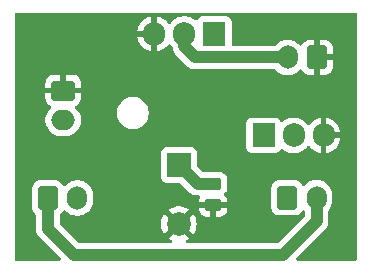
<source format=gbr>
%TF.GenerationSoftware,KiCad,Pcbnew,8.0.6-8.0.6-0~ubuntu24.04.1*%
%TF.CreationDate,2024-10-25T12:09:51+03:00*%
%TF.ProjectId,pss_v2_fan_block,7073735f-7632-45f6-9661-6e5f626c6f63,rev?*%
%TF.SameCoordinates,Original*%
%TF.FileFunction,Copper,L2,Bot*%
%TF.FilePolarity,Positive*%
%FSLAX46Y46*%
G04 Gerber Fmt 4.6, Leading zero omitted, Abs format (unit mm)*
G04 Created by KiCad (PCBNEW 8.0.6-8.0.6-0~ubuntu24.04.1) date 2024-10-25 12:09:51*
%MOMM*%
%LPD*%
G01*
G04 APERTURE LIST*
G04 Aperture macros list*
%AMRoundRect*
0 Rectangle with rounded corners*
0 $1 Rounding radius*
0 $2 $3 $4 $5 $6 $7 $8 $9 X,Y pos of 4 corners*
0 Add a 4 corners polygon primitive as box body*
4,1,4,$2,$3,$4,$5,$6,$7,$8,$9,$2,$3,0*
0 Add four circle primitives for the rounded corners*
1,1,$1+$1,$2,$3*
1,1,$1+$1,$4,$5*
1,1,$1+$1,$6,$7*
1,1,$1+$1,$8,$9*
0 Add four rect primitives between the rounded corners*
20,1,$1+$1,$2,$3,$4,$5,0*
20,1,$1+$1,$4,$5,$6,$7,0*
20,1,$1+$1,$6,$7,$8,$9,0*
20,1,$1+$1,$8,$9,$2,$3,0*%
G04 Aperture macros list end*
%TA.AperFunction,ComponentPad*%
%ADD10RoundRect,0.250000X0.600000X0.750000X-0.600000X0.750000X-0.600000X-0.750000X0.600000X-0.750000X0*%
%TD*%
%TA.AperFunction,ComponentPad*%
%ADD11O,1.700000X2.000000*%
%TD*%
%TA.AperFunction,ComponentPad*%
%ADD12RoundRect,0.250000X-0.600000X-0.750000X0.600000X-0.750000X0.600000X0.750000X-0.600000X0.750000X0*%
%TD*%
%TA.AperFunction,SMDPad,CuDef*%
%ADD13RoundRect,0.250000X0.450000X-0.262500X0.450000X0.262500X-0.450000X0.262500X-0.450000X-0.262500X0*%
%TD*%
%TA.AperFunction,ComponentPad*%
%ADD14R,1.905000X2.000000*%
%TD*%
%TA.AperFunction,ComponentPad*%
%ADD15O,1.905000X2.000000*%
%TD*%
%TA.AperFunction,ComponentPad*%
%ADD16RoundRect,0.250000X-0.750000X0.600000X-0.750000X-0.600000X0.750000X-0.600000X0.750000X0.600000X0*%
%TD*%
%TA.AperFunction,ComponentPad*%
%ADD17O,2.000000X1.700000*%
%TD*%
%TA.AperFunction,ComponentPad*%
%ADD18R,2.000000X2.000000*%
%TD*%
%TA.AperFunction,ComponentPad*%
%ADD19C,2.000000*%
%TD*%
%TA.AperFunction,Conductor*%
%ADD20C,1.000000*%
%TD*%
G04 APERTURE END LIST*
D10*
%TO.P,SW2,1,1*%
%TO.N,GND*%
X85100000Y-76300000D03*
D11*
%TO.P,SW2,2,2*%
%TO.N,Net-(Q1-D)*%
X82600000Y-76300000D03*
%TD*%
D12*
%TO.P,SW1,1,1*%
%TO.N,VCC*%
X62300000Y-88200000D03*
D11*
%TO.P,SW1,2,2*%
%TO.N,Net-(Q2-G)*%
X64800000Y-88200000D03*
%TD*%
D13*
%TO.P,R2,1*%
%TO.N,GND*%
X76300000Y-88812500D03*
%TO.P,R2,2*%
%TO.N,Net-(Q2-G)*%
X76300000Y-86987500D03*
%TD*%
D14*
%TO.P,Q2,1,G*%
%TO.N,Net-(Q2-G)*%
X80560000Y-82900000D03*
D15*
%TO.P,Q2,2,D*%
%TO.N,Net-(J2-Pin_1)*%
X83100000Y-82900000D03*
%TO.P,Q2,3,S*%
%TO.N,GND*%
X85640000Y-82900000D03*
%TD*%
D14*
%TO.P,Q1,1,G*%
%TO.N,Net-(J2-Pin_1)*%
X76400000Y-74300000D03*
D15*
%TO.P,Q1,2,D*%
%TO.N,Net-(Q1-D)*%
X73860000Y-74300000D03*
%TO.P,Q1,3,S*%
%TO.N,GND*%
X71320000Y-74300000D03*
%TD*%
D12*
%TO.P,J2,1,Pin_1*%
%TO.N,Net-(J2-Pin_1)*%
X82550000Y-88175000D03*
D11*
%TO.P,J2,2,Pin_2*%
%TO.N,VCC*%
X85050000Y-88175000D03*
%TD*%
D16*
%TO.P,J1,1,Pin_1*%
%TO.N,GND*%
X63600000Y-79100000D03*
D17*
%TO.P,J1,2,Pin_2*%
%TO.N,VCC*%
X63600000Y-81600000D03*
%TD*%
D18*
%TO.P,C1,1*%
%TO.N,Net-(Q2-G)*%
X73400000Y-85400000D03*
D19*
%TO.P,C1,2*%
%TO.N,GND*%
X73400000Y-90400000D03*
%TD*%
D20*
%TO.N,Net-(Q2-G)*%
X76300000Y-86987500D02*
X74987500Y-86987500D01*
X74987500Y-86987500D02*
X73400000Y-85400000D01*
%TO.N,VCC*%
X62300000Y-88200000D02*
X62300000Y-90800000D01*
X62300000Y-90800000D02*
X64500000Y-93000000D01*
X64500000Y-93000000D02*
X82225000Y-93000000D01*
X85050000Y-90175000D02*
X85050000Y-88175000D01*
X82225000Y-93000000D02*
X85050000Y-90175000D01*
%TO.N,Net-(Q1-D)*%
X82600000Y-76300000D02*
X74800000Y-76300000D01*
X74800000Y-76300000D02*
X73860000Y-75360000D01*
X73860000Y-75360000D02*
X73860000Y-74300000D01*
%TD*%
%TA.AperFunction,Conductor*%
%TO.N,GND*%
G36*
X88442539Y-72520185D02*
G01*
X88488294Y-72572989D01*
X88499500Y-72624500D01*
X88499500Y-93375500D01*
X88479815Y-93442539D01*
X88427011Y-93488294D01*
X88375500Y-93499500D01*
X83439782Y-93499500D01*
X83372743Y-93479815D01*
X83326988Y-93427011D01*
X83317044Y-93357853D01*
X83346069Y-93294297D01*
X83352101Y-93287819D01*
X85827136Y-90812785D01*
X85827136Y-90812784D01*
X85827139Y-90812782D01*
X85866714Y-90753553D01*
X85936631Y-90648916D01*
X85936636Y-90648906D01*
X86012049Y-90466839D01*
X86012051Y-90466835D01*
X86028214Y-90385580D01*
X86050500Y-90273543D01*
X86050500Y-89285199D01*
X86070185Y-89218160D01*
X86079471Y-89205664D01*
X86205048Y-89032820D01*
X86205047Y-89032820D01*
X86205051Y-89032816D01*
X86301557Y-88843412D01*
X86367246Y-88641243D01*
X86400500Y-88431287D01*
X86400500Y-87918713D01*
X86367246Y-87708757D01*
X86301557Y-87506588D01*
X86205051Y-87317184D01*
X86205049Y-87317181D01*
X86205048Y-87317179D01*
X86080109Y-87145213D01*
X85929786Y-86994890D01*
X85757820Y-86869951D01*
X85568414Y-86773444D01*
X85568413Y-86773443D01*
X85568412Y-86773443D01*
X85366243Y-86707754D01*
X85366241Y-86707753D01*
X85366240Y-86707753D01*
X85204957Y-86682208D01*
X85156287Y-86674500D01*
X84943713Y-86674500D01*
X84895042Y-86682208D01*
X84733760Y-86707753D01*
X84531585Y-86773444D01*
X84342179Y-86869951D01*
X84170215Y-86994889D01*
X84031398Y-87133706D01*
X83970075Y-87167190D01*
X83900383Y-87162206D01*
X83844450Y-87120334D01*
X83838178Y-87111120D01*
X83742712Y-86956344D01*
X83618657Y-86832289D01*
X83618656Y-86832288D01*
X83469334Y-86740186D01*
X83302797Y-86685001D01*
X83302795Y-86685000D01*
X83200010Y-86674500D01*
X81899998Y-86674500D01*
X81899981Y-86674501D01*
X81797203Y-86685000D01*
X81797200Y-86685001D01*
X81630668Y-86740185D01*
X81630663Y-86740187D01*
X81481342Y-86832289D01*
X81357289Y-86956342D01*
X81265187Y-87105663D01*
X81265185Y-87105668D01*
X81252083Y-87145208D01*
X81210001Y-87272203D01*
X81210001Y-87272204D01*
X81210000Y-87272204D01*
X81199500Y-87374983D01*
X81199500Y-88975001D01*
X81199501Y-88975018D01*
X81210000Y-89077796D01*
X81210001Y-89077799D01*
X81265185Y-89244331D01*
X81265187Y-89244336D01*
X81280604Y-89269331D01*
X81357288Y-89393656D01*
X81481344Y-89517712D01*
X81630666Y-89609814D01*
X81797203Y-89664999D01*
X81899991Y-89675500D01*
X83200008Y-89675499D01*
X83302797Y-89664999D01*
X83469334Y-89609814D01*
X83618656Y-89517712D01*
X83742712Y-89393656D01*
X83819961Y-89268413D01*
X83871909Y-89221689D01*
X83940871Y-89210466D01*
X84004953Y-89238309D01*
X84043810Y-89296378D01*
X84049500Y-89333510D01*
X84049500Y-89709217D01*
X84029815Y-89776256D01*
X84013181Y-89796898D01*
X81846899Y-91963181D01*
X81785576Y-91996666D01*
X81759218Y-91999500D01*
X74085657Y-91999500D01*
X74018618Y-91979815D01*
X73972863Y-91927011D01*
X73962919Y-91857853D01*
X73991944Y-91794297D01*
X74026640Y-91766445D01*
X74223228Y-91660057D01*
X74223231Y-91660055D01*
X74270056Y-91623609D01*
X73529409Y-90882962D01*
X73592993Y-90865925D01*
X73707007Y-90800099D01*
X73800099Y-90707007D01*
X73865925Y-90592993D01*
X73882962Y-90529409D01*
X74623434Y-91269882D01*
X74723731Y-91116369D01*
X74823587Y-90888717D01*
X74884612Y-90647738D01*
X74884614Y-90647729D01*
X74905141Y-90400005D01*
X74905141Y-90399994D01*
X74884614Y-90152270D01*
X74884612Y-90152261D01*
X74823587Y-89911282D01*
X74723731Y-89683630D01*
X74623434Y-89530116D01*
X73882962Y-90270589D01*
X73865925Y-90207007D01*
X73800099Y-90092993D01*
X73707007Y-89999901D01*
X73592993Y-89934075D01*
X73529410Y-89917037D01*
X74270057Y-89176390D01*
X74270056Y-89176389D01*
X74223229Y-89139943D01*
X74195591Y-89124986D01*
X75100001Y-89124986D01*
X75110494Y-89227697D01*
X75165641Y-89394119D01*
X75165643Y-89394124D01*
X75257684Y-89543345D01*
X75381654Y-89667315D01*
X75530875Y-89759356D01*
X75530880Y-89759358D01*
X75697302Y-89814505D01*
X75697309Y-89814506D01*
X75800019Y-89824999D01*
X76049999Y-89824999D01*
X76550000Y-89824999D01*
X76799972Y-89824999D01*
X76799986Y-89824998D01*
X76902697Y-89814505D01*
X77069119Y-89759358D01*
X77069124Y-89759356D01*
X77218345Y-89667315D01*
X77342315Y-89543345D01*
X77434356Y-89394124D01*
X77434358Y-89394119D01*
X77489505Y-89227697D01*
X77489506Y-89227690D01*
X77499999Y-89124986D01*
X77500000Y-89124973D01*
X77500000Y-89062500D01*
X76550000Y-89062500D01*
X76550000Y-89824999D01*
X76049999Y-89824999D01*
X76050000Y-89824998D01*
X76050000Y-89062500D01*
X75100001Y-89062500D01*
X75100001Y-89124986D01*
X74195591Y-89124986D01*
X74004614Y-89021635D01*
X74004603Y-89021630D01*
X73769493Y-88940916D01*
X73524293Y-88900000D01*
X73275707Y-88900000D01*
X73030506Y-88940916D01*
X72795396Y-89021630D01*
X72795390Y-89021632D01*
X72576761Y-89139949D01*
X72529942Y-89176388D01*
X72529942Y-89176390D01*
X73270590Y-89917037D01*
X73207007Y-89934075D01*
X73092993Y-89999901D01*
X72999901Y-90092993D01*
X72934075Y-90207007D01*
X72917037Y-90270589D01*
X72176564Y-89530116D01*
X72076267Y-89683632D01*
X71976412Y-89911282D01*
X71915387Y-90152261D01*
X71915385Y-90152270D01*
X71894859Y-90399994D01*
X71894859Y-90400005D01*
X71915385Y-90647729D01*
X71915387Y-90647738D01*
X71976412Y-90888717D01*
X72076266Y-91116364D01*
X72176564Y-91269882D01*
X72917037Y-90529409D01*
X72934075Y-90592993D01*
X72999901Y-90707007D01*
X73092993Y-90800099D01*
X73207007Y-90865925D01*
X73270590Y-90882962D01*
X72529942Y-91623609D01*
X72576768Y-91660055D01*
X72576770Y-91660056D01*
X72773360Y-91766445D01*
X72822951Y-91815664D01*
X72838059Y-91883881D01*
X72813889Y-91949437D01*
X72758113Y-91991518D01*
X72714343Y-91999500D01*
X64965782Y-91999500D01*
X64898743Y-91979815D01*
X64878101Y-91963181D01*
X63336819Y-90421899D01*
X63303334Y-90360576D01*
X63300500Y-90334218D01*
X63300500Y-89653957D01*
X63320185Y-89586918D01*
X63359407Y-89548416D01*
X63368656Y-89542712D01*
X63492712Y-89418656D01*
X63584814Y-89269334D01*
X63584814Y-89269331D01*
X63588178Y-89263879D01*
X63640126Y-89217154D01*
X63709088Y-89205931D01*
X63773170Y-89233774D01*
X63781398Y-89241294D01*
X63920213Y-89380109D01*
X64092179Y-89505048D01*
X64092181Y-89505049D01*
X64092184Y-89505051D01*
X64281588Y-89601557D01*
X64483757Y-89667246D01*
X64693713Y-89700500D01*
X64693714Y-89700500D01*
X64906286Y-89700500D01*
X64906287Y-89700500D01*
X65116243Y-89667246D01*
X65318412Y-89601557D01*
X65507816Y-89505051D01*
X65529789Y-89489086D01*
X65679786Y-89380109D01*
X65679788Y-89380106D01*
X65679792Y-89380104D01*
X65830104Y-89229792D01*
X65830106Y-89229788D01*
X65830109Y-89229786D01*
X65955048Y-89057820D01*
X65955047Y-89057820D01*
X65955051Y-89057816D01*
X66051557Y-88868412D01*
X66117246Y-88666243D01*
X66150500Y-88456287D01*
X66150500Y-87943713D01*
X66117246Y-87733757D01*
X66051557Y-87531588D01*
X65955051Y-87342184D01*
X65955049Y-87342181D01*
X65955048Y-87342179D01*
X65830109Y-87170213D01*
X65679786Y-87019890D01*
X65507820Y-86894951D01*
X65318414Y-86798444D01*
X65318413Y-86798443D01*
X65318412Y-86798443D01*
X65116243Y-86732754D01*
X65116241Y-86732753D01*
X65116240Y-86732753D01*
X64954957Y-86707208D01*
X64906287Y-86699500D01*
X64693713Y-86699500D01*
X64645042Y-86707208D01*
X64483760Y-86732753D01*
X64281585Y-86798444D01*
X64092179Y-86894951D01*
X63920215Y-87019889D01*
X63781398Y-87158706D01*
X63720075Y-87192190D01*
X63650383Y-87187206D01*
X63594450Y-87145334D01*
X63588178Y-87136120D01*
X63492712Y-86981344D01*
X63368657Y-86857289D01*
X63368656Y-86857288D01*
X63273253Y-86798443D01*
X63219336Y-86765187D01*
X63219331Y-86765185D01*
X63196272Y-86757544D01*
X63052797Y-86710001D01*
X63052795Y-86710000D01*
X62950010Y-86699500D01*
X61649998Y-86699500D01*
X61649981Y-86699501D01*
X61547203Y-86710000D01*
X61547200Y-86710001D01*
X61380668Y-86765185D01*
X61380663Y-86765187D01*
X61231342Y-86857289D01*
X61107289Y-86981342D01*
X61015187Y-87130663D01*
X61015185Y-87130668D01*
X61003083Y-87167190D01*
X60960001Y-87297203D01*
X60960001Y-87297204D01*
X60960000Y-87297204D01*
X60949500Y-87399983D01*
X60949500Y-89000001D01*
X60949501Y-89000018D01*
X60960000Y-89102796D01*
X60960001Y-89102799D01*
X61015185Y-89269331D01*
X61015187Y-89269336D01*
X61031867Y-89296378D01*
X61107288Y-89418656D01*
X61231344Y-89542712D01*
X61240591Y-89548416D01*
X61287318Y-89600360D01*
X61299500Y-89653957D01*
X61299500Y-90898541D01*
X61299500Y-90898543D01*
X61299499Y-90898543D01*
X61337947Y-91091829D01*
X61337950Y-91091839D01*
X61413364Y-91273907D01*
X61413371Y-91273920D01*
X61522860Y-91437781D01*
X61522863Y-91437785D01*
X61666537Y-91581459D01*
X61666559Y-91581479D01*
X63372899Y-93287819D01*
X63406384Y-93349142D01*
X63401400Y-93418834D01*
X63359528Y-93474767D01*
X63294064Y-93499184D01*
X63285218Y-93499500D01*
X59624500Y-93499500D01*
X59557461Y-93479815D01*
X59511706Y-93427011D01*
X59500500Y-93375500D01*
X59500500Y-84352135D01*
X71899500Y-84352135D01*
X71899500Y-86447870D01*
X71899501Y-86447876D01*
X71905908Y-86507483D01*
X71956202Y-86642328D01*
X71956206Y-86642335D01*
X72042452Y-86757544D01*
X72042455Y-86757547D01*
X72157664Y-86843793D01*
X72157671Y-86843797D01*
X72292517Y-86894091D01*
X72292516Y-86894091D01*
X72299444Y-86894835D01*
X72352127Y-86900500D01*
X73434217Y-86900499D01*
X73501256Y-86920184D01*
X73521898Y-86936818D01*
X74207235Y-87622155D01*
X74207264Y-87622186D01*
X74349717Y-87764639D01*
X74513580Y-87874128D01*
X74513586Y-87874132D01*
X74595750Y-87908165D01*
X74695664Y-87949551D01*
X74792312Y-87968775D01*
X74840635Y-87978387D01*
X74888958Y-87988000D01*
X74888959Y-87988000D01*
X74888960Y-87988000D01*
X75086040Y-87988000D01*
X75093276Y-87988000D01*
X75160315Y-88007685D01*
X75206070Y-88060489D01*
X75216014Y-88129647D01*
X75198815Y-88177097D01*
X75165643Y-88230875D01*
X75165641Y-88230880D01*
X75110494Y-88397302D01*
X75110493Y-88397309D01*
X75100000Y-88500013D01*
X75100000Y-88562500D01*
X77499999Y-88562500D01*
X77499999Y-88500028D01*
X77499998Y-88500013D01*
X77489505Y-88397302D01*
X77434358Y-88230880D01*
X77434356Y-88230875D01*
X77342315Y-88081654D01*
X77248695Y-87988034D01*
X77215210Y-87926711D01*
X77220194Y-87857019D01*
X77248691Y-87812676D01*
X77342712Y-87718656D01*
X77434814Y-87569334D01*
X77489999Y-87402797D01*
X77500500Y-87300009D01*
X77500499Y-86674992D01*
X77489999Y-86572203D01*
X77434814Y-86405666D01*
X77342712Y-86256344D01*
X77218656Y-86132288D01*
X77069334Y-86040186D01*
X76902797Y-85985001D01*
X76902795Y-85985000D01*
X76800010Y-85974500D01*
X75799998Y-85974500D01*
X75799980Y-85974501D01*
X75690468Y-85985689D01*
X75690432Y-85985339D01*
X75674742Y-85987000D01*
X75453282Y-85987000D01*
X75386243Y-85967315D01*
X75365601Y-85950681D01*
X74936818Y-85521898D01*
X74903333Y-85460575D01*
X74900499Y-85434217D01*
X74900499Y-84352129D01*
X74900498Y-84352123D01*
X74900497Y-84352116D01*
X74894256Y-84294048D01*
X74894091Y-84292516D01*
X74843797Y-84157671D01*
X74843793Y-84157664D01*
X74757547Y-84042455D01*
X74757544Y-84042452D01*
X74642335Y-83956206D01*
X74642328Y-83956202D01*
X74507482Y-83905908D01*
X74507483Y-83905908D01*
X74447883Y-83899501D01*
X74447881Y-83899500D01*
X74447873Y-83899500D01*
X74447864Y-83899500D01*
X72352129Y-83899500D01*
X72352123Y-83899501D01*
X72292516Y-83905908D01*
X72157671Y-83956202D01*
X72157664Y-83956206D01*
X72042455Y-84042452D01*
X72042452Y-84042455D01*
X71956206Y-84157664D01*
X71956202Y-84157671D01*
X71905908Y-84292517D01*
X71899501Y-84352116D01*
X71899501Y-84352123D01*
X71899500Y-84352135D01*
X59500500Y-84352135D01*
X59500500Y-81493713D01*
X62099500Y-81493713D01*
X62099500Y-81706286D01*
X62131120Y-81905931D01*
X62132754Y-81916243D01*
X62172805Y-82039508D01*
X62198444Y-82118414D01*
X62294951Y-82307820D01*
X62419890Y-82479786D01*
X62570213Y-82630109D01*
X62742179Y-82755048D01*
X62742181Y-82755049D01*
X62742184Y-82755051D01*
X62931588Y-82851557D01*
X63133757Y-82917246D01*
X63343713Y-82950500D01*
X63343714Y-82950500D01*
X63856286Y-82950500D01*
X63856287Y-82950500D01*
X64066243Y-82917246D01*
X64268412Y-82851557D01*
X64457816Y-82755051D01*
X64481084Y-82738146D01*
X64629786Y-82630109D01*
X64629788Y-82630106D01*
X64629792Y-82630104D01*
X64780104Y-82479792D01*
X64780106Y-82479788D01*
X64780109Y-82479786D01*
X64905048Y-82307820D01*
X64905047Y-82307820D01*
X64905051Y-82307816D01*
X65001557Y-82118412D01*
X65067246Y-81916243D01*
X65100500Y-81706287D01*
X65100500Y-81493713D01*
X65067246Y-81283757D01*
X65001557Y-81081588D01*
X64905830Y-80893713D01*
X68149500Y-80893713D01*
X68149500Y-81106286D01*
X68177608Y-81283757D01*
X68182754Y-81316243D01*
X68244394Y-81505952D01*
X68248444Y-81518414D01*
X68344951Y-81707820D01*
X68469890Y-81879786D01*
X68620213Y-82030109D01*
X68792179Y-82155048D01*
X68792181Y-82155049D01*
X68792184Y-82155051D01*
X68981588Y-82251557D01*
X69183757Y-82317246D01*
X69393713Y-82350500D01*
X69393714Y-82350500D01*
X69606286Y-82350500D01*
X69606287Y-82350500D01*
X69816243Y-82317246D01*
X70018412Y-82251557D01*
X70207816Y-82155051D01*
X70258246Y-82118412D01*
X70379786Y-82030109D01*
X70379788Y-82030106D01*
X70379792Y-82030104D01*
X70530104Y-81879792D01*
X70530106Y-81879788D01*
X70530109Y-81879786D01*
X70550198Y-81852135D01*
X79107000Y-81852135D01*
X79107000Y-83947870D01*
X79107001Y-83947876D01*
X79113408Y-84007483D01*
X79163702Y-84142328D01*
X79163706Y-84142335D01*
X79249952Y-84257544D01*
X79249955Y-84257547D01*
X79365164Y-84343793D01*
X79365171Y-84343797D01*
X79500017Y-84394091D01*
X79500016Y-84394091D01*
X79506944Y-84394835D01*
X79559627Y-84400500D01*
X81560372Y-84400499D01*
X81619983Y-84394091D01*
X81754831Y-84343796D01*
X81870046Y-84257546D01*
X81956296Y-84142331D01*
X81966690Y-84114460D01*
X82008560Y-84058527D01*
X82074023Y-84034108D01*
X82142297Y-84048958D01*
X82155746Y-84057465D01*
X82338462Y-84190217D01*
X82470599Y-84257544D01*
X82542244Y-84294049D01*
X82759751Y-84364721D01*
X82759752Y-84364721D01*
X82759755Y-84364722D01*
X82985646Y-84400500D01*
X82985647Y-84400500D01*
X83214353Y-84400500D01*
X83214354Y-84400500D01*
X83440245Y-84364722D01*
X83440248Y-84364721D01*
X83440249Y-84364721D01*
X83657755Y-84294049D01*
X83657755Y-84294048D01*
X83657758Y-84294048D01*
X83861538Y-84190217D01*
X84046566Y-84055786D01*
X84208286Y-83894066D01*
X84269992Y-83809134D01*
X84325319Y-83766470D01*
X84394932Y-83760491D01*
X84456727Y-83793096D01*
X84470626Y-83809135D01*
X84532097Y-83893741D01*
X84532097Y-83893742D01*
X84693757Y-84055402D01*
X84878723Y-84189788D01*
X85082429Y-84293582D01*
X85299871Y-84364234D01*
X85390000Y-84378509D01*
X85390000Y-83390747D01*
X85427708Y-83412518D01*
X85567591Y-83450000D01*
X85712409Y-83450000D01*
X85852292Y-83412518D01*
X85890000Y-83390747D01*
X85890000Y-84378508D01*
X85980128Y-84364234D01*
X86197570Y-84293582D01*
X86401276Y-84189788D01*
X86586242Y-84055402D01*
X86747902Y-83893742D01*
X86882288Y-83708776D01*
X86986082Y-83505070D01*
X87056734Y-83287628D01*
X87078532Y-83150000D01*
X86130748Y-83150000D01*
X86152518Y-83112292D01*
X86190000Y-82972409D01*
X86190000Y-82827591D01*
X86152518Y-82687708D01*
X86130748Y-82650000D01*
X87078532Y-82650000D01*
X87056734Y-82512371D01*
X86986082Y-82294929D01*
X86882288Y-82091223D01*
X86747902Y-81906257D01*
X86586242Y-81744597D01*
X86401276Y-81610211D01*
X86197568Y-81506417D01*
X85980124Y-81435765D01*
X85890000Y-81421490D01*
X85890000Y-82409252D01*
X85852292Y-82387482D01*
X85712409Y-82350000D01*
X85567591Y-82350000D01*
X85427708Y-82387482D01*
X85390000Y-82409252D01*
X85390000Y-81421490D01*
X85389999Y-81421490D01*
X85299875Y-81435765D01*
X85082431Y-81506417D01*
X84878723Y-81610211D01*
X84693757Y-81744597D01*
X84532097Y-81906257D01*
X84470627Y-81990864D01*
X84415297Y-82033529D01*
X84345684Y-82039508D01*
X84283889Y-82006902D01*
X84269991Y-81990864D01*
X84208286Y-81905934D01*
X84046566Y-81744214D01*
X83861538Y-81609783D01*
X83657755Y-81505950D01*
X83440248Y-81435278D01*
X83254812Y-81405908D01*
X83214354Y-81399500D01*
X82985646Y-81399500D01*
X82945188Y-81405908D01*
X82759753Y-81435278D01*
X82759750Y-81435278D01*
X82542244Y-81505950D01*
X82338461Y-81609783D01*
X82155759Y-81742525D01*
X82089952Y-81766005D01*
X82021898Y-81750180D01*
X81973203Y-81700074D01*
X81966690Y-81685538D01*
X81956296Y-81657669D01*
X81956293Y-81657664D01*
X81870047Y-81542455D01*
X81870044Y-81542452D01*
X81754835Y-81456206D01*
X81754828Y-81456202D01*
X81619982Y-81405908D01*
X81619983Y-81405908D01*
X81560383Y-81399501D01*
X81560381Y-81399500D01*
X81560373Y-81399500D01*
X81560364Y-81399500D01*
X79559629Y-81399500D01*
X79559623Y-81399501D01*
X79500016Y-81405908D01*
X79365171Y-81456202D01*
X79365164Y-81456206D01*
X79249955Y-81542452D01*
X79249952Y-81542455D01*
X79163706Y-81657664D01*
X79163702Y-81657671D01*
X79113408Y-81792517D01*
X79107001Y-81852116D01*
X79107000Y-81852135D01*
X70550198Y-81852135D01*
X70655048Y-81707820D01*
X70655047Y-81707820D01*
X70655051Y-81707816D01*
X70751557Y-81518412D01*
X70817246Y-81316243D01*
X70850500Y-81106287D01*
X70850500Y-80893713D01*
X70817246Y-80683757D01*
X70751557Y-80481588D01*
X70655051Y-80292184D01*
X70655049Y-80292181D01*
X70655048Y-80292179D01*
X70530109Y-80120213D01*
X70379786Y-79969890D01*
X70207820Y-79844951D01*
X70018414Y-79748444D01*
X70018413Y-79748443D01*
X70018412Y-79748443D01*
X69816243Y-79682754D01*
X69816241Y-79682753D01*
X69816240Y-79682753D01*
X69654957Y-79657208D01*
X69606287Y-79649500D01*
X69393713Y-79649500D01*
X69345042Y-79657208D01*
X69183760Y-79682753D01*
X68981585Y-79748444D01*
X68792179Y-79844951D01*
X68620213Y-79969890D01*
X68469890Y-80120213D01*
X68344951Y-80292179D01*
X68248444Y-80481585D01*
X68182753Y-80683760D01*
X68149500Y-80893713D01*
X64905830Y-80893713D01*
X64905051Y-80892184D01*
X64905049Y-80892181D01*
X64905048Y-80892179D01*
X64780109Y-80720213D01*
X64640931Y-80581035D01*
X64607446Y-80519712D01*
X64612430Y-80450020D01*
X64654302Y-80394087D01*
X64663516Y-80387815D01*
X64818343Y-80292317D01*
X64942315Y-80168345D01*
X65034356Y-80019124D01*
X65034358Y-80019119D01*
X65089505Y-79852697D01*
X65089506Y-79852690D01*
X65099999Y-79749986D01*
X65100000Y-79749973D01*
X65100000Y-79350000D01*
X64033012Y-79350000D01*
X64065925Y-79292993D01*
X64100000Y-79165826D01*
X64100000Y-79034174D01*
X64065925Y-78907007D01*
X64033012Y-78850000D01*
X65099999Y-78850000D01*
X65099999Y-78450028D01*
X65099998Y-78450013D01*
X65089505Y-78347302D01*
X65034358Y-78180880D01*
X65034356Y-78180875D01*
X64942315Y-78031654D01*
X64818345Y-77907684D01*
X64669124Y-77815643D01*
X64669119Y-77815641D01*
X64502697Y-77760494D01*
X64502690Y-77760493D01*
X64399986Y-77750000D01*
X63850000Y-77750000D01*
X63850000Y-78666988D01*
X63792993Y-78634075D01*
X63665826Y-78600000D01*
X63534174Y-78600000D01*
X63407007Y-78634075D01*
X63350000Y-78666988D01*
X63350000Y-77750000D01*
X62800028Y-77750000D01*
X62800012Y-77750001D01*
X62697302Y-77760494D01*
X62530880Y-77815641D01*
X62530875Y-77815643D01*
X62381654Y-77907684D01*
X62257684Y-78031654D01*
X62165643Y-78180875D01*
X62165641Y-78180880D01*
X62110494Y-78347302D01*
X62110493Y-78347309D01*
X62100000Y-78450013D01*
X62100000Y-78850000D01*
X63166988Y-78850000D01*
X63134075Y-78907007D01*
X63100000Y-79034174D01*
X63100000Y-79165826D01*
X63134075Y-79292993D01*
X63166988Y-79350000D01*
X62100001Y-79350000D01*
X62100001Y-79749986D01*
X62110494Y-79852697D01*
X62165641Y-80019119D01*
X62165643Y-80019124D01*
X62257684Y-80168345D01*
X62381654Y-80292315D01*
X62536484Y-80387815D01*
X62583208Y-80439763D01*
X62594431Y-80508726D01*
X62566587Y-80572808D01*
X62559069Y-80581035D01*
X62419889Y-80720215D01*
X62294951Y-80892179D01*
X62198444Y-81081585D01*
X62132753Y-81283760D01*
X62099500Y-81493713D01*
X59500500Y-81493713D01*
X59500500Y-74050000D01*
X69881468Y-74050000D01*
X70829252Y-74050000D01*
X70807482Y-74087708D01*
X70770000Y-74227591D01*
X70770000Y-74372409D01*
X70807482Y-74512292D01*
X70829252Y-74550000D01*
X69881468Y-74550000D01*
X69903265Y-74687628D01*
X69973917Y-74905070D01*
X70077711Y-75108776D01*
X70212097Y-75293742D01*
X70373757Y-75455402D01*
X70558723Y-75589788D01*
X70762429Y-75693582D01*
X70979871Y-75764234D01*
X71070000Y-75778509D01*
X71070000Y-74790747D01*
X71107708Y-74812518D01*
X71247591Y-74850000D01*
X71392409Y-74850000D01*
X71532292Y-74812518D01*
X71570000Y-74790747D01*
X71570000Y-75778508D01*
X71660128Y-75764234D01*
X71877570Y-75693582D01*
X72081276Y-75589788D01*
X72266242Y-75455402D01*
X72427905Y-75293739D01*
X72489371Y-75209137D01*
X72544701Y-75166470D01*
X72614314Y-75160491D01*
X72676109Y-75193096D01*
X72690007Y-75209134D01*
X72751714Y-75294066D01*
X72751716Y-75294068D01*
X72823181Y-75365533D01*
X72856666Y-75426856D01*
X72859500Y-75453214D01*
X72859500Y-75458544D01*
X72897947Y-75651829D01*
X72897949Y-75651836D01*
X72902248Y-75662213D01*
X72902249Y-75662220D01*
X72902250Y-75662220D01*
X72973364Y-75833907D01*
X72973371Y-75833920D01*
X73082859Y-75997780D01*
X73082860Y-75997781D01*
X73082861Y-75997782D01*
X73222218Y-76137139D01*
X73222219Y-76137139D01*
X73229286Y-76144206D01*
X73229285Y-76144206D01*
X73229288Y-76144208D01*
X74022860Y-76937781D01*
X74022861Y-76937782D01*
X74162218Y-77077139D01*
X74162219Y-77077140D01*
X74326079Y-77186628D01*
X74326092Y-77186635D01*
X74454833Y-77239961D01*
X74497744Y-77257735D01*
X74508164Y-77262051D01*
X74604812Y-77281275D01*
X74653135Y-77290887D01*
X74701458Y-77300500D01*
X74701459Y-77300500D01*
X74701460Y-77300500D01*
X74898540Y-77300500D01*
X81489242Y-77300500D01*
X81556281Y-77320185D01*
X81576923Y-77336819D01*
X81720213Y-77480109D01*
X81892179Y-77605048D01*
X81892181Y-77605049D01*
X81892184Y-77605051D01*
X82081588Y-77701557D01*
X82283757Y-77767246D01*
X82493713Y-77800500D01*
X82493714Y-77800500D01*
X82706286Y-77800500D01*
X82706287Y-77800500D01*
X82916243Y-77767246D01*
X83118412Y-77701557D01*
X83307816Y-77605051D01*
X83365141Y-77563402D01*
X83479784Y-77480110D01*
X83479784Y-77480109D01*
X83479792Y-77480104D01*
X83618967Y-77340928D01*
X83680286Y-77307446D01*
X83749978Y-77312430D01*
X83805912Y-77354301D01*
X83812184Y-77363515D01*
X83907684Y-77518345D01*
X84031654Y-77642315D01*
X84180875Y-77734356D01*
X84180880Y-77734358D01*
X84347302Y-77789505D01*
X84347309Y-77789506D01*
X84450019Y-77799999D01*
X84849999Y-77799999D01*
X84850000Y-77799998D01*
X84850000Y-76733012D01*
X84907007Y-76765925D01*
X85034174Y-76800000D01*
X85165826Y-76800000D01*
X85292993Y-76765925D01*
X85350000Y-76733012D01*
X85350000Y-77799999D01*
X85749972Y-77799999D01*
X85749986Y-77799998D01*
X85852697Y-77789505D01*
X86019119Y-77734358D01*
X86019124Y-77734356D01*
X86168345Y-77642315D01*
X86292315Y-77518345D01*
X86384356Y-77369124D01*
X86384358Y-77369119D01*
X86439505Y-77202697D01*
X86439506Y-77202690D01*
X86449999Y-77099986D01*
X86450000Y-77099973D01*
X86450000Y-76550000D01*
X85533012Y-76550000D01*
X85565925Y-76492993D01*
X85600000Y-76365826D01*
X85600000Y-76234174D01*
X85565925Y-76107007D01*
X85533012Y-76050000D01*
X86449999Y-76050000D01*
X86449999Y-75500028D01*
X86449998Y-75500013D01*
X86439505Y-75397302D01*
X86384358Y-75230880D01*
X86384356Y-75230875D01*
X86292315Y-75081654D01*
X86168345Y-74957684D01*
X86019124Y-74865643D01*
X86019119Y-74865641D01*
X85852697Y-74810494D01*
X85852690Y-74810493D01*
X85749986Y-74800000D01*
X85350000Y-74800000D01*
X85350000Y-75866988D01*
X85292993Y-75834075D01*
X85165826Y-75800000D01*
X85034174Y-75800000D01*
X84907007Y-75834075D01*
X84850000Y-75866988D01*
X84850000Y-74800000D01*
X84450028Y-74800000D01*
X84450012Y-74800001D01*
X84347302Y-74810494D01*
X84180880Y-74865641D01*
X84180875Y-74865643D01*
X84031654Y-74957684D01*
X83907683Y-75081655D01*
X83907680Y-75081659D01*
X83812183Y-75236484D01*
X83760235Y-75283209D01*
X83691273Y-75294430D01*
X83627191Y-75266587D01*
X83618964Y-75259068D01*
X83479786Y-75119890D01*
X83307820Y-74994951D01*
X83118414Y-74898444D01*
X83118413Y-74898443D01*
X83118412Y-74898443D01*
X82916243Y-74832754D01*
X82916241Y-74832753D01*
X82916240Y-74832753D01*
X82754957Y-74807208D01*
X82706287Y-74799500D01*
X82493713Y-74799500D01*
X82445042Y-74807208D01*
X82283760Y-74832753D01*
X82081585Y-74898444D01*
X81892179Y-74994951D01*
X81720213Y-75119890D01*
X81720209Y-75119894D01*
X81576923Y-75263181D01*
X81515600Y-75296666D01*
X81489242Y-75299500D01*
X77977000Y-75299500D01*
X77909961Y-75279815D01*
X77864206Y-75227011D01*
X77853000Y-75175500D01*
X77852999Y-73252129D01*
X77852998Y-73252123D01*
X77846591Y-73192516D01*
X77796297Y-73057671D01*
X77796293Y-73057664D01*
X77710047Y-72942455D01*
X77710044Y-72942452D01*
X77594835Y-72856206D01*
X77594828Y-72856202D01*
X77459982Y-72805908D01*
X77459983Y-72805908D01*
X77400383Y-72799501D01*
X77400381Y-72799500D01*
X77400373Y-72799500D01*
X77400364Y-72799500D01*
X75399629Y-72799500D01*
X75399623Y-72799501D01*
X75340016Y-72805908D01*
X75205171Y-72856202D01*
X75205164Y-72856206D01*
X75089955Y-72942452D01*
X75089952Y-72942455D01*
X75003706Y-73057664D01*
X75003703Y-73057670D01*
X74993308Y-73085541D01*
X74951436Y-73141474D01*
X74885972Y-73165891D01*
X74817699Y-73151039D01*
X74804250Y-73142531D01*
X74621538Y-73009783D01*
X74417755Y-72905950D01*
X74200248Y-72835278D01*
X74014812Y-72805908D01*
X73974354Y-72799500D01*
X73745646Y-72799500D01*
X73705188Y-72805908D01*
X73519753Y-72835278D01*
X73519750Y-72835278D01*
X73302244Y-72905950D01*
X73098461Y-73009783D01*
X73032551Y-73057670D01*
X72913434Y-73144214D01*
X72913432Y-73144216D01*
X72913431Y-73144216D01*
X72751716Y-73305931D01*
X72751709Y-73305940D01*
X72690007Y-73390864D01*
X72634677Y-73433530D01*
X72565063Y-73439508D01*
X72503269Y-73406901D01*
X72489372Y-73390863D01*
X72427907Y-73306263D01*
X72427902Y-73306257D01*
X72266242Y-73144597D01*
X72081276Y-73010211D01*
X71877568Y-72906417D01*
X71660124Y-72835765D01*
X71570000Y-72821490D01*
X71570000Y-73809252D01*
X71532292Y-73787482D01*
X71392409Y-73750000D01*
X71247591Y-73750000D01*
X71107708Y-73787482D01*
X71070000Y-73809252D01*
X71070000Y-72821490D01*
X71069999Y-72821490D01*
X70979875Y-72835765D01*
X70762431Y-72906417D01*
X70558723Y-73010211D01*
X70373757Y-73144597D01*
X70212097Y-73306257D01*
X70077711Y-73491223D01*
X69973917Y-73694929D01*
X69903265Y-73912371D01*
X69881468Y-74050000D01*
X59500500Y-74050000D01*
X59500500Y-72624500D01*
X59520185Y-72557461D01*
X59572989Y-72511706D01*
X59624500Y-72500500D01*
X88375500Y-72500500D01*
X88442539Y-72520185D01*
G37*
%TD.AperFunction*%
%TD*%
M02*

</source>
